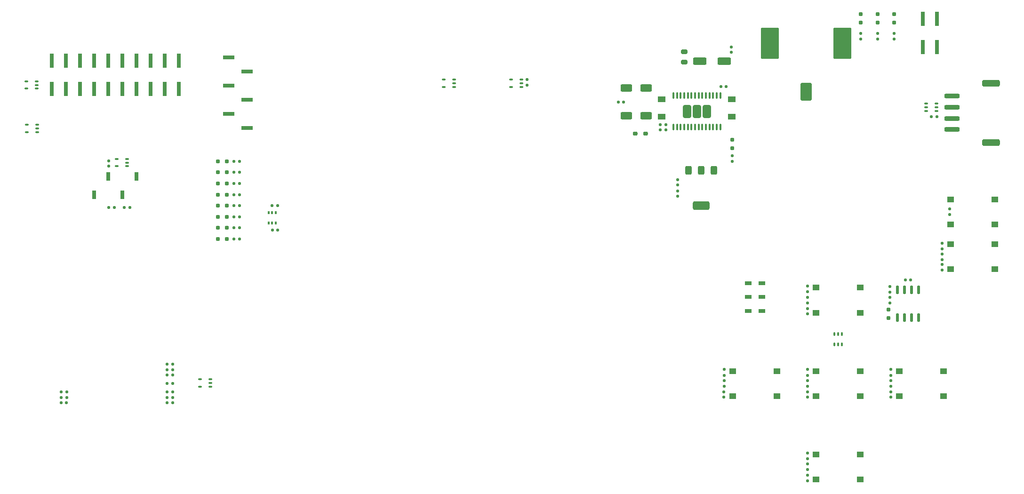
<source format=gbr>
%TF.GenerationSoftware,KiCad,Pcbnew,8.0.4-8.0.4-0~ubuntu22.04.1*%
%TF.CreationDate,2024-08-26T08:57:22+02:00*%
%TF.ProjectId,uC_TP_Boussole_mb,75435f54-505f-4426-9f75-73736f6c655f,rev?*%
%TF.SameCoordinates,Original*%
%TF.FileFunction,Paste,Top*%
%TF.FilePolarity,Positive*%
%FSLAX46Y46*%
G04 Gerber Fmt 4.6, Leading zero omitted, Abs format (unit mm)*
G04 Created by KiCad (PCBNEW 8.0.4-8.0.4-0~ubuntu22.04.1) date 2024-08-26 08:57:22*
%MOMM*%
%LPD*%
G01*
G04 APERTURE LIST*
G04 Aperture macros list*
%AMRoundRect*
0 Rectangle with rounded corners*
0 $1 Rounding radius*
0 $2 $3 $4 $5 $6 $7 $8 $9 X,Y pos of 4 corners*
0 Add a 4 corners polygon primitive as box body*
4,1,4,$2,$3,$4,$5,$6,$7,$8,$9,$2,$3,0*
0 Add four circle primitives for the rounded corners*
1,1,$1+$1,$2,$3*
1,1,$1+$1,$4,$5*
1,1,$1+$1,$6,$7*
1,1,$1+$1,$8,$9*
0 Add four rect primitives between the rounded corners*
20,1,$1+$1,$2,$3,$4,$5,0*
20,1,$1+$1,$4,$5,$6,$7,0*
20,1,$1+$1,$6,$7,$8,$9,0*
20,1,$1+$1,$8,$9,$2,$3,0*%
G04 Aperture macros list end*
%ADD10RoundRect,0.108000X0.108000X0.148000X-0.108000X0.148000X-0.108000X-0.148000X0.108000X-0.148000X0*%
%ADD11RoundRect,0.080000X-0.260000X0.080000X-0.260000X-0.080000X0.260000X-0.080000X0.260000X0.080000X0*%
%ADD12RoundRect,0.112000X0.112000X0.136000X-0.112000X0.136000X-0.112000X-0.136000X0.112000X-0.136000X0*%
%ADD13RoundRect,0.108000X0.148000X-0.108000X0.148000X0.108000X-0.148000X0.108000X-0.148000X-0.108000X0*%
%ADD14RoundRect,0.175000X-0.175000X-0.205000X0.175000X-0.205000X0.175000X0.205000X-0.175000X0.205000X0*%
%ADD15RoundRect,0.112000X0.136000X-0.112000X0.136000X0.112000X-0.136000X0.112000X-0.136000X-0.112000X0*%
%ADD16R,1.240000X1.040000*%
%ADD17RoundRect,0.080000X-0.080000X-0.260000X0.080000X-0.260000X0.080000X0.260000X-0.080000X0.260000X0*%
%ADD18RoundRect,0.200000X1.000000X0.440000X-1.000000X0.440000X-1.000000X-0.440000X1.000000X-0.440000X0*%
%ADD19RoundRect,0.300000X-1.300000X0.300000X-1.300000X-0.300000X1.300000X-0.300000X1.300000X0.300000X0*%
%ADD20RoundRect,0.200000X-1.160000X0.200000X-1.160000X-0.200000X1.160000X-0.200000X1.160000X0.200000X0*%
%ADD21RoundRect,0.108000X-0.148000X0.108000X-0.148000X-0.108000X0.148000X-0.108000X0.148000X0.108000X0*%
%ADD22RoundRect,0.175000X-0.205000X0.175000X-0.205000X-0.175000X0.205000X-0.175000X0.205000X0.175000X0*%
%ADD23RoundRect,0.175000X0.205000X-0.175000X0.205000X0.175000X-0.205000X0.175000X-0.205000X-0.175000X0*%
%ADD24RoundRect,0.200000X-0.840000X-0.440000X0.840000X-0.440000X0.840000X0.440000X-0.840000X0.440000X0*%
%ADD25RoundRect,0.120000X-0.120000X0.660000X-0.120000X-0.660000X0.120000X-0.660000X0.120000X0.660000X0*%
%ADD26RoundRect,0.200000X-0.360000X0.210000X-0.360000X-0.210000X0.360000X-0.210000X0.360000X0.210000X0*%
%ADD27RoundRect,0.112000X-0.136000X0.112000X-0.136000X-0.112000X0.136000X-0.112000X0.136000X0.112000X0*%
%ADD28R,1.280000X0.800000*%
%ADD29R,2.008000X0.800000*%
%ADD30RoundRect,0.160000X0.840000X-1.440000X0.840000X1.440000X-0.840000X1.440000X-0.840000X-1.440000X0*%
%ADD31RoundRect,0.160000X1.440000X-2.640000X1.440000X2.640000X-1.440000X2.640000X-1.440000X-2.640000X0*%
%ADD32RoundRect,0.300000X-0.300000X0.500000X-0.300000X-0.500000X0.300000X-0.500000X0.300000X0.500000X0*%
%ADD33RoundRect,0.400000X-1.120000X0.400000X-1.120000X-0.400000X1.120000X-0.400000X1.120000X0.400000X0*%
%ADD34R,0.800000X2.520000*%
%ADD35RoundRect,0.200000X0.500000X-0.320000X0.500000X0.320000X-0.500000X0.320000X-0.500000X-0.320000X0*%
%ADD36RoundRect,0.080000X0.080000X-0.180000X0.080000X0.180000X-0.080000X0.180000X-0.080000X-0.180000X0*%
%ADD37R,0.800000X1.520000*%
%ADD38RoundRect,0.108000X-0.108000X-0.148000X0.108000X-0.148000X0.108000X0.148000X-0.108000X0.148000X0*%
%ADD39RoundRect,0.190000X0.200000X0.190000X-0.200000X0.190000X-0.200000X-0.190000X0.200000X-0.190000X0*%
%ADD40RoundRect,0.080000X0.260000X-0.080000X0.260000X0.080000X-0.260000X0.080000X-0.260000X-0.080000X0*%
%ADD41RoundRect,0.112000X-0.112000X-0.136000X0.112000X-0.136000X0.112000X0.136000X-0.112000X0.136000X0*%
%ADD42RoundRect,0.250000X0.475000X-0.900000X0.475000X0.900000X-0.475000X0.900000X-0.475000X-0.900000X0*%
%ADD43RoundRect,0.080000X0.080000X-0.510000X0.080000X0.510000X-0.080000X0.510000X-0.080000X-0.510000X0*%
G04 APERTURE END LIST*
D10*
%TO.C,R507*%
X102322500Y-90000000D03*
X101302500Y-90000000D03*
%TD*%
D11*
%TO.C,D501*%
X65800000Y-64925000D03*
X65800000Y-64275000D03*
X65800000Y-63625000D03*
X63950000Y-63625000D03*
X63950000Y-64925000D03*
%TD*%
D12*
%TO.C,C202*%
X171400000Y-67350000D03*
X170440000Y-67350000D03*
%TD*%
D13*
%TO.C,R404*%
X220100000Y-56010000D03*
X220100000Y-54990000D03*
%TD*%
D14*
%TO.C,D505*%
X98425000Y-84000000D03*
X100000000Y-84000000D03*
%TD*%
D15*
%TO.C,C403*%
X181100000Y-84280000D03*
X181100000Y-83320000D03*
%TD*%
D16*
%TO.C,SW302*%
X230225000Y-84850000D03*
X238175000Y-84850000D03*
X230225000Y-89350000D03*
X238175000Y-89350000D03*
%TD*%
D17*
%TO.C,D511*%
X210650000Y-109075000D03*
X210000000Y-109075000D03*
X209350000Y-109075000D03*
X209350000Y-110925000D03*
X210000000Y-110925000D03*
X210650000Y-110925000D03*
%TD*%
D18*
%TO.C,C402*%
X189500000Y-60000000D03*
X185100000Y-60000000D03*
%TD*%
D12*
%TO.C,C901*%
X90280000Y-121500000D03*
X89320000Y-121500000D03*
%TD*%
D10*
%TO.C,R802*%
X79810000Y-86300000D03*
X78790000Y-86300000D03*
%TD*%
D19*
%TO.C,J302*%
X237500000Y-64000000D03*
X237500000Y-74600000D03*
D20*
X230500000Y-66300000D03*
X230500000Y-68300000D03*
X230500000Y-70300000D03*
X230500000Y-72300000D03*
%TD*%
D13*
%TO.C,R402*%
X214100000Y-56010000D03*
X214100000Y-54990000D03*
%TD*%
%TO.C,R512*%
X204510000Y-118510000D03*
X204510000Y-117490000D03*
%TD*%
D21*
%TO.C,R204*%
X191000000Y-76980000D03*
X191000000Y-78000000D03*
%TD*%
D14*
%TO.C,D508*%
X98425000Y-90000000D03*
X100000000Y-90000000D03*
%TD*%
D22*
%TO.C,D401*%
X214100000Y-51512500D03*
X214100000Y-53087500D03*
%TD*%
D23*
%TO.C,D301*%
X219060000Y-106257500D03*
X219060000Y-104682500D03*
%TD*%
D11*
%TO.C,D901*%
X97075000Y-118550000D03*
X97075000Y-117900000D03*
X97075000Y-117250000D03*
X95225000Y-117250000D03*
X95225000Y-118550000D03*
%TD*%
D14*
%TO.C,D507*%
X98425000Y-88000000D03*
X100000000Y-88000000D03*
%TD*%
%TO.C,D509*%
X98425000Y-92000000D03*
X100000000Y-92000000D03*
%TD*%
D24*
%TO.C,C203*%
X171900000Y-64800000D03*
X175500000Y-64800000D03*
%TD*%
D15*
%TO.C,C304*%
X230100000Y-87580000D03*
X230100000Y-86620000D03*
%TD*%
D25*
%TO.C,U301*%
X224465000Y-101175000D03*
X223195000Y-101175000D03*
X221925000Y-101175000D03*
X220655000Y-101175000D03*
X220655000Y-106125000D03*
X221925000Y-106125000D03*
X223195000Y-106125000D03*
X224465000Y-106125000D03*
%TD*%
D11*
%TO.C,D801*%
X82050000Y-78900000D03*
X82050000Y-78250000D03*
X82050000Y-77600000D03*
X80200000Y-77600000D03*
X80200000Y-78900000D03*
%TD*%
D22*
%TO.C,D201*%
X191000000Y-74102500D03*
X191000000Y-75677500D03*
%TD*%
D26*
%TO.C,R401*%
X182300000Y-58300000D03*
X182300000Y-60125000D03*
%TD*%
D27*
%TO.C,C503*%
X204480000Y-119520000D03*
X204480000Y-120480000D03*
%TD*%
D28*
%TO.C,SW303*%
X193875000Y-104950000D03*
X193875000Y-102450000D03*
X193875000Y-99950000D03*
X196275000Y-104950000D03*
X196275000Y-102450000D03*
X196275000Y-99950000D03*
%TD*%
D10*
%TO.C,R904*%
X90310000Y-116500000D03*
X89290000Y-116500000D03*
%TD*%
D29*
%TO.C,J303*%
X100345000Y-59350000D03*
X103655000Y-61890000D03*
X100345000Y-64430000D03*
X103655000Y-66970000D03*
X100345000Y-69510000D03*
X103655000Y-72050000D03*
%TD*%
D14*
%TO.C,D506*%
X98425000Y-86000000D03*
X100000000Y-86000000D03*
%TD*%
D13*
%TO.C,R514*%
X204500000Y-101510000D03*
X204500000Y-100490000D03*
%TD*%
D10*
%TO.C,R902*%
X90310000Y-115500000D03*
X89290000Y-115500000D03*
%TD*%
D13*
%TO.C,R301*%
X228710000Y-93790000D03*
X228710000Y-92770000D03*
%TD*%
D12*
%TO.C,C601*%
X109170000Y-90400000D03*
X108210000Y-90400000D03*
%TD*%
D22*
%TO.C,D403*%
X220100000Y-51512500D03*
X220100000Y-53087500D03*
%TD*%
D21*
%TO.C,R302*%
X228700000Y-94670000D03*
X228700000Y-95690000D03*
%TD*%
D15*
%TO.C,C301*%
X219360000Y-101550000D03*
X219360000Y-100590000D03*
%TD*%
D12*
%TO.C,C305*%
X227760000Y-70000000D03*
X226800000Y-70000000D03*
%TD*%
D21*
%TO.C,R303*%
X219360000Y-102460000D03*
X219360000Y-103480000D03*
%TD*%
D30*
%TO.C,J403*%
X204250000Y-65500000D03*
D31*
X197750000Y-56750000D03*
X210750000Y-56740000D03*
%TD*%
D13*
%TO.C,R510*%
X189500000Y-116510000D03*
X189500000Y-115490000D03*
%TD*%
%TO.C,R515*%
X204500000Y-116510000D03*
X204500000Y-115490000D03*
%TD*%
D12*
%TO.C,C904*%
X90280000Y-118000000D03*
X89320000Y-118000000D03*
%TD*%
D16*
%TO.C,SW502*%
X206025000Y-100750000D03*
X213975000Y-100750000D03*
X206025000Y-105250000D03*
X213975000Y-105250000D03*
%TD*%
D12*
%TO.C,C902*%
X90280000Y-114500000D03*
X89320000Y-114500000D03*
%TD*%
D16*
%TO.C,SW504*%
X206025000Y-130750000D03*
X213975000Y-130750000D03*
X206025000Y-135250000D03*
X213975000Y-135250000D03*
%TD*%
%TO.C,SW503*%
X206025000Y-115750000D03*
X213975000Y-115750000D03*
X206025000Y-120250000D03*
X213975000Y-120250000D03*
%TD*%
D13*
%TO.C,R509*%
X189500000Y-118510000D03*
X189500000Y-117490000D03*
%TD*%
%TO.C,R513*%
X204500000Y-133510000D03*
X204500000Y-132490000D03*
%TD*%
%TO.C,R511*%
X204500000Y-103510000D03*
X204500000Y-102490000D03*
%TD*%
D24*
%TO.C,C201*%
X171900000Y-69800000D03*
X175500000Y-69800000D03*
%TD*%
D10*
%TO.C,R506*%
X102322500Y-88000000D03*
X101302500Y-88000000D03*
%TD*%
D27*
%TO.C,C505*%
X219500000Y-119520000D03*
X219500000Y-120480000D03*
%TD*%
D32*
%TO.C,U402*%
X187700000Y-79650000D03*
X185400000Y-79650000D03*
D33*
X185400000Y-85950000D03*
D32*
X183100000Y-79650000D03*
%TD*%
D34*
%TO.C,J402*%
X227770000Y-52375000D03*
X227770000Y-57425000D03*
X225230000Y-52375000D03*
X225230000Y-57425000D03*
%TD*%
D10*
%TO.C,R906*%
X71210000Y-120500000D03*
X70190000Y-120500000D03*
%TD*%
D35*
%TO.C,R202*%
X178300000Y-69950000D03*
X178300000Y-66850000D03*
%TD*%
D36*
%TO.C,U601*%
X107535000Y-89140000D03*
X108185000Y-89140000D03*
X108835000Y-89140000D03*
X108835000Y-87240000D03*
X108185000Y-87240000D03*
X107535000Y-87240000D03*
%TD*%
D12*
%TO.C,C302*%
X223040000Y-99350000D03*
X222080000Y-99350000D03*
%TD*%
%TO.C,C206*%
X189880000Y-64600000D03*
X188920000Y-64600000D03*
%TD*%
D22*
%TO.C,D402*%
X217100000Y-51512500D03*
X217100000Y-53087500D03*
%TD*%
D10*
%TO.C,R503*%
X102312500Y-82000000D03*
X101292500Y-82000000D03*
%TD*%
D14*
%TO.C,D502*%
X98425000Y-78000000D03*
X100000000Y-78000000D03*
%TD*%
D15*
%TO.C,C801*%
X78800000Y-78880000D03*
X78800000Y-77920000D03*
%TD*%
D37*
%TO.C,J801*%
X76190000Y-84020000D03*
X78730000Y-80720000D03*
X81270000Y-84020000D03*
X83810000Y-80720000D03*
%TD*%
D14*
%TO.C,D504*%
X98425000Y-82000000D03*
X100000000Y-82000000D03*
%TD*%
%TO.C,D503*%
X98425000Y-80000000D03*
X100000000Y-80000000D03*
%TD*%
D27*
%TO.C,C205*%
X178000000Y-71420000D03*
X178000000Y-72380000D03*
%TD*%
D10*
%TO.C,R505*%
X102322500Y-86000000D03*
X101302500Y-86000000D03*
%TD*%
%TO.C,R508*%
X102322500Y-92000000D03*
X101302500Y-92000000D03*
%TD*%
D34*
%TO.C,J504*%
X91430000Y-59950000D03*
X91430000Y-65000000D03*
X88890000Y-59950000D03*
X88890000Y-65000000D03*
X86350000Y-59950000D03*
X86350000Y-65000000D03*
X83810000Y-59950000D03*
X83810000Y-65000000D03*
X81270000Y-59950000D03*
X81270000Y-65000000D03*
X78730000Y-59950000D03*
X78730000Y-65000000D03*
X76190000Y-59950000D03*
X76190000Y-65000000D03*
X73650000Y-59950000D03*
X73650000Y-65000000D03*
X71110000Y-59950000D03*
X71110000Y-65000000D03*
X68570000Y-59950000D03*
X68570000Y-65000000D03*
%TD*%
D27*
%TO.C,C401*%
X181100000Y-81320000D03*
X181100000Y-82280000D03*
%TD*%
D16*
%TO.C,SW505*%
X221025000Y-115750000D03*
X228975000Y-115750000D03*
X221025000Y-120250000D03*
X228975000Y-120250000D03*
%TD*%
D13*
%TO.C,R516*%
X204510000Y-131510000D03*
X204510000Y-130490000D03*
%TD*%
D10*
%TO.C,R504*%
X102312500Y-84000000D03*
X101292500Y-84000000D03*
%TD*%
D27*
%TO.C,C501*%
X189480000Y-119520000D03*
X189480000Y-120480000D03*
%TD*%
D11*
%TO.C,D701*%
X153000000Y-64625000D03*
X153000000Y-63975000D03*
X153000000Y-63325000D03*
X151150000Y-63325000D03*
X151150000Y-64625000D03*
%TD*%
D38*
%TO.C,R905*%
X70190000Y-119500000D03*
X71210000Y-119500000D03*
%TD*%
D27*
%TO.C,C502*%
X204500000Y-104520000D03*
X204500000Y-105480000D03*
%TD*%
D16*
%TO.C,SW301*%
X230225000Y-92950000D03*
X238175000Y-92950000D03*
X230225000Y-97450000D03*
X238175000Y-97450000D03*
%TD*%
D27*
%TO.C,C504*%
X204500000Y-134520000D03*
X204500000Y-135480000D03*
%TD*%
%TO.C,C303*%
X228700000Y-96600000D03*
X228700000Y-97560000D03*
%TD*%
%TO.C,C701*%
X154075000Y-63320000D03*
X154075000Y-64280000D03*
%TD*%
D11*
%TO.C,D510*%
X65900000Y-72750000D03*
X65900000Y-72100000D03*
X65900000Y-71450000D03*
X64050000Y-71450000D03*
X64050000Y-72750000D03*
%TD*%
D39*
%TO.C,R201*%
X175362500Y-73050000D03*
X173537500Y-73050000D03*
%TD*%
D10*
%TO.C,R502*%
X102322500Y-80000000D03*
X101302500Y-80000000D03*
%TD*%
%TO.C,R601*%
X109210000Y-86000000D03*
X108190000Y-86000000D03*
%TD*%
D38*
%TO.C,R801*%
X81580000Y-86300000D03*
X82600000Y-86300000D03*
%TD*%
D10*
%TO.C,R501*%
X102322500Y-78000000D03*
X101302500Y-78000000D03*
%TD*%
D13*
%TO.C,R518*%
X219510000Y-116510000D03*
X219510000Y-115490000D03*
%TD*%
D35*
%TO.C,R203*%
X190900000Y-69950000D03*
X190900000Y-66850000D03*
%TD*%
D40*
%TO.C,D302*%
X225875000Y-67650000D03*
X225875000Y-68300000D03*
X225875000Y-68950000D03*
X227725000Y-68950000D03*
X227725000Y-68300000D03*
X227725000Y-67650000D03*
%TD*%
D15*
%TO.C,C204*%
X179000000Y-72380000D03*
X179000000Y-71420000D03*
%TD*%
%TO.C,C404*%
X190800000Y-58400000D03*
X190800000Y-57440000D03*
%TD*%
D16*
%TO.C,SW501*%
X191025000Y-115750000D03*
X198975000Y-115750000D03*
X191025000Y-120250000D03*
X198975000Y-120250000D03*
%TD*%
D10*
%TO.C,R901*%
X90310000Y-120500000D03*
X89290000Y-120500000D03*
%TD*%
D41*
%TO.C,C903*%
X70220000Y-121500000D03*
X71180000Y-121500000D03*
%TD*%
D42*
%TO.C,U201*%
X182800000Y-69025000D03*
X184600000Y-69025000D03*
X186400000Y-69025000D03*
D43*
X180375000Y-71887500D03*
X181025000Y-71887500D03*
X181675000Y-71887500D03*
X182325000Y-71887500D03*
X182975000Y-71887500D03*
X183625000Y-71887500D03*
X184275000Y-71887500D03*
X184925000Y-71887500D03*
X185575000Y-71887500D03*
X186225000Y-71887500D03*
X186875000Y-71887500D03*
X187525000Y-71887500D03*
X188175000Y-71887500D03*
X188825000Y-71887500D03*
X188825000Y-66162500D03*
X188175000Y-66162500D03*
X187525000Y-66162500D03*
X186875000Y-66162500D03*
X186225000Y-66162500D03*
X185575000Y-66162500D03*
X184925000Y-66162500D03*
X184275000Y-66162500D03*
X183625000Y-66162500D03*
X182975000Y-66162500D03*
X182325000Y-66162500D03*
X181675000Y-66162500D03*
X181025000Y-66162500D03*
X180375000Y-66162500D03*
%TD*%
D10*
%TO.C,R903*%
X90310000Y-119500000D03*
X89290000Y-119500000D03*
%TD*%
D11*
%TO.C,D702*%
X140925000Y-64625000D03*
X140925000Y-63975000D03*
X140925000Y-63325000D03*
X139075000Y-63325000D03*
X139075000Y-64625000D03*
%TD*%
D13*
%TO.C,R517*%
X219500000Y-118510000D03*
X219500000Y-117490000D03*
%TD*%
%TO.C,R403*%
X217100000Y-56010000D03*
X217100000Y-54990000D03*
%TD*%
M02*

</source>
